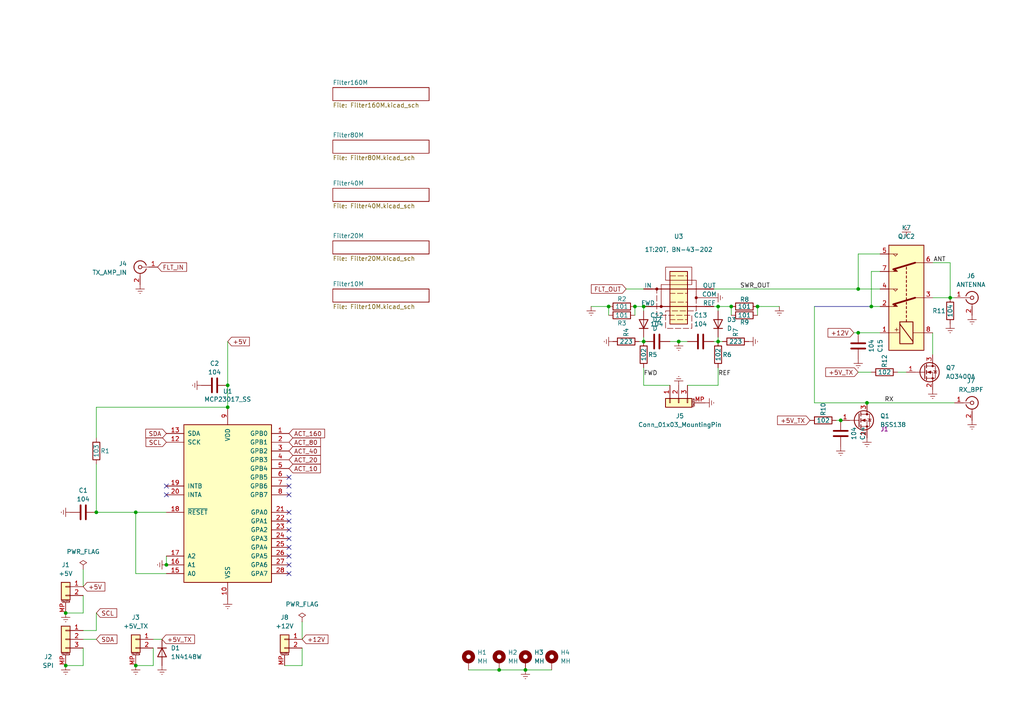
<source format=kicad_sch>
(kicad_sch (version 20230121) (generator eeschema)
  (paper "A4")
  (lib_symbols
    (symbol "Connector:Conn_Coaxial" (pin_names (offset 1.016) hide)
      (property "Reference" "J" (at 0.254 3.048 0))
      (property "Value" "Conn_Coaxial" (at 2.921 0 90))
      (symbol "Conn_Coaxial_0_1"
        (arc (start -1.778 -0.508) (mid 0.2311 -1.8066) (end 1.778 0) (stroke (width 0.254)))
        (polyline (pts (xy -2.54 0) (xy -0.508 0)))
        (polyline (pts (xy 0 -2.54) (xy 0 -1.778)))
        (circle (center 0 0) (radius 0.508) (stroke (width 0.2032)))
        (arc (start 1.778 0) (mid 0.2099 1.8101) (end -1.778 0.508) (stroke (width 0.254)))
      )
      (symbol "Conn_Coaxial_1_1"
        (pin passive line (at -5.08 0 0) (length 2.54) (name "In") (number "1"))
        (pin passive line (at 0 -5.08 90) (length 2.54) (name "Ext") (number "2"))
      )
    )
    (symbol "Connector_Generic_MountingPin:Conn_01x02_MountingPin" (pin_names (offset 1.016) hide)
      (property "Reference" "J" (at 0 2.54 0))
      (property "Value" "Conn_01x02_MountingPin" (at 1.27 -5.08 0))
      (symbol "Conn_01x02_MountingPin_1_1"
        (rectangle (start -1.27 -2.413) (end 0 -2.667) (stroke (width 0.1524)))
        (rectangle (start -1.27 0.127) (end 0 -0.127) (stroke (width 0.1524)))
        (rectangle (start -1.27 1.27) (end 1.27 -3.81) (stroke (width 0.254)) (fill (type background)))
        (polyline (pts (xy -1.016 -4.572) (xy 1.016 -4.572)) (stroke (width 0.1524)))
        (text "Mounting" (at 0 -4.191 0) (effects (font (size 0.381 0.381))))
        (pin passive line (at -5.08 0 0) (length 3.81) (name "Pin_1") (number "1"))
        (pin passive line (at -5.08 -2.54 0) (length 3.81) (name "Pin_2") (number "2"))
        (pin passive line (at 0 -7.62 90) (length 3.048) (name "MountPin") (number "MP"))
      )
    )
    (symbol "Connector_Generic_MountingPin:Conn_01x03_MountingPin" (pin_names (offset 1.016) hide)
      (property "Reference" "J" (at 0 5.08 0))
      (property "Value" "Conn_01x03_MountingPin" (at 1.27 -5.08 0))
      (symbol "Conn_01x03_MountingPin_1_1"
        (rectangle (start -1.27 -2.413) (end 0 -2.667) (stroke (width 0.1524)))
        (rectangle (start -1.27 0.127) (end 0 -0.127) (stroke (width 0.1524)))
        (rectangle (start -1.27 2.667) (end 0 2.413) (stroke (width 0.1524)))
        (rectangle (start -1.27 3.81) (end 1.27 -3.81) (stroke (width 0.254)) (fill (type background)))
        (polyline (pts (xy -1.016 -4.572) (xy 1.016 -4.572)) (stroke (width 0.1524)))
        (text "Mounting" (at 0 -4.191 0) (effects (font (size 0.381 0.381))))
        (pin passive line (at -5.08 2.54 0) (length 3.81) (name "Pin_1") (number "1"))
        (pin passive line (at -5.08 0 0) (length 3.81) (name "Pin_2") (number "2"))
        (pin passive line (at -5.08 -2.54 0) (length 3.81) (name "Pin_3") (number "3"))
        (pin passive line (at 0 -7.62 90) (length 3.048) (name "MountPin") (number "MP"))
      )
    )
    (symbol "Device:C" (pin_numbers hide) (pin_names (offset 0.254))
      (property "Reference" "C" (at 0.635 2.54 0))
      (property "Value" "C" (at 0.635 -2.54 0))
      (symbol "C_0_1"
        (polyline (pts (xy -2.032 -0.762) (xy 2.032 -0.762)) (stroke (width 0.508)))
        (polyline (pts (xy -2.032 0.762) (xy 2.032 0.762)) (stroke (width 0.508)))
      )
      (symbol "C_1_1"
        (pin passive line (at 0 3.81 270) (length 2.794) (name "~") (number "1"))
        (pin passive line (at 0 -3.81 90) (length 2.794) (name "~") (number "2"))
      )
    )
    (symbol "Device:D" (pin_numbers hide) (pin_names (offset 1.016) hide)
      (property "Reference" "D" (at 0 2.54 0))
      (property "Value" "D" (at 0 -2.54 0))
      (symbol "D_0_1"
        (polyline (pts (xy -1.27 1.27) (xy -1.27 -1.27)) (stroke (width 0.254)))
        (polyline (pts (xy 1.27 0) (xy -1.27 0)))
        (polyline (pts (xy 1.27 1.27) (xy 1.27 -1.27) (xy -1.27 0) (xy 1.27 1.27)) (stroke (width 0.254)))
      )
      (symbol "D_1_1"
        (pin passive line (at -3.81 0 0) (length 2.54) (name "K") (number "1"))
        (pin passive line (at 3.81 0 180) (length 2.54) (name "A") (number "2"))
      )
    )
    (symbol "Device:R" (pin_numbers hide) (pin_names (offset 0))
      (property "Reference" "R" (at 2.032 0 90))
      (property "Value" "R" (at 0 0 90))
      (symbol "R_0_1"
        (rectangle (start -1.016 -2.54) (end 1.016 2.54) (stroke (width 0.254)))
      )
      (symbol "R_1_1"
        (pin passive line (at 0 3.81 270) (length 1.27) (name "~") (number "1"))
        (pin passive line (at 0 -3.81 90) (length 1.27) (name "~") (number "2"))
      )
    )
    (symbol "Diode:1N4148W" (pin_numbers hide) (pin_names hide)
      (property "Reference" "D" (at 0 2.54 0))
      (property "Value" "1N4148W" (at 0 -2.54 0))
      (symbol "1N4148W_0_1"
        (polyline (pts (xy -1.27 1.27) (xy -1.27 -1.27)) (stroke (width 0.254)))
        (polyline (pts (xy 1.27 0) (xy -1.27 0)))
        (polyline (pts (xy 1.27 1.27) (xy 1.27 -1.27) (xy -1.27 0) (xy 1.27 1.27)) (stroke (width 0.254)))
      )
      (symbol "1N4148W_1_1"
        (pin passive line (at -3.81 0 0) (length 2.54) (name "K") (number "1"))
        (pin passive line (at 3.81 0 180) (length 2.54) (name "A") (number "2"))
      )
    )
    (symbol "Interface_Expansion:MCP23017_SS" (pin_names (offset 1.016))
      (property "Reference" "U" (at -11.43 24.13 0))
      (property "Value" "MCP23017_SS" (at 0 0 0))
      (symbol "MCP23017_SS_0_1"
        (rectangle (start -12.7 22.86) (end 12.7 -22.86) (stroke (width 0.254)) (fill (type background)))
      )
      (symbol "MCP23017_SS_1_1"
        (pin bidirectional line (at 17.78 20.32 180) (length 5.08) (name "GPB0") (number "1"))
        (pin power_in line (at 0 -27.94 90) (length 5.08) (name "VSS") (number "10"))
        (pin no_connect line (at -12.7 15.24 0) (length 5.08) hide (name "NC") (number "11"))
        (pin input line (at -17.78 17.78 0) (length 5.08) (name "SCK") (number "12"))
        (pin bidirectional line (at -17.78 20.32 0) (length 5.08) (name "SDA") (number "13"))
        (pin no_connect line (at -12.7 12.7 0) (length 5.08) hide (name "NC") (number "14"))
        (pin input line (at -17.78 -20.32 0) (length 5.08) (name "A0") (number "15"))
        (pin input line (at -17.78 -17.78 0) (length 5.08) (name "A1") (number "16"))
        (pin input line (at -17.78 -15.24 0) (length 5.08) (name "A2") (number "17"))
        (pin input line (at -17.78 -2.54 0) (length 5.08) (name "~{RESET}") (number "18"))
        (pin tri_state line (at -17.78 5.08 0) (length 5.08) (name "INTB") (number "19"))
        (pin bidirectional line (at 17.78 17.78 180) (length 5.08) (name "GPB1") (number "2"))
        (pin tri_state line (at -17.78 2.54 0) (length 5.08) (name "INTA") (number "20"))
        (pin bidirectional line (at 17.78 -2.54 180) (length 5.08) (name "GPA0") (number "21"))
        (pin bidirectional line (at 17.78 -5.08 180) (length 5.08) (name "GPA1") (number "22"))
        (pin bidirectional line (at 17.78 -7.62 180) (length 5.08) (name "GPA2") (number "23"))
        (pin bidirectional line (at 17.78 -10.16 180) (length 5.08) (name "GPA3") (number "24"))
        (pin bidirectional line (at 17.78 -12.7 180) (length 5.08) (name "GPA4") (number "25"))
        (pin bidirectional line (at 17.78 -15.24 180) (length 5.08) (name "GPA5") (number "26"))
        (pin bidirectional line (at 17.78 -17.78 180) (length 5.08) (name "GPA6") (number "27"))
        (pin bidirectional line (at 17.78 -20.32 180) (length 5.08) (name "GPA7") (number "28"))
        (pin bidirectional line (at 17.78 15.24 180) (length 5.08) (name "GPB2") (number "3"))
        (pin bidirectional line (at 17.78 12.7 180) (length 5.08) (name "GPB3") (number "4"))
        (pin bidirectional line (at 17.78 10.16 180) (length 5.08) (name "GPB4") (number "5"))
        (pin bidirectional line (at 17.78 7.62 180) (length 5.08) (name "GPB5") (number "6"))
        (pin bidirectional line (at 17.78 5.08 180) (length 5.08) (name "GPB6") (number "7"))
        (pin bidirectional line (at 17.78 2.54 180) (length 5.08) (name "GPB7") (number "8"))
        (pin power_in line (at 0 27.94 270) (length 5.08) (name "VDD") (number "9"))
      )
    )
    (symbol "Mechanical:MountingHole_Pad" (pin_numbers hide) (pin_names (offset 1.016) hide)
      (property "Reference" "H" (at 0 6.35 0))
      (property "Value" "MountingHole_Pad" (at 0 4.445 0))
      (symbol "MountingHole_Pad_0_1"
        (circle (center 0 1.27) (radius 1.27) (stroke (width 1.27)))
      )
      (symbol "MountingHole_Pad_1_1"
        (pin input line (at 0 -2.54 90) (length 2.54) (name "1") (number "1"))
      )
    )
    (symbol "PhilsLibrary:SWR_Coupler" (pin_numbers hide) (pin_names (offset 0))
      (property "Reference" "U" (at 0 11.43 0))
      (symbol "SWR_Coupler_0_1"
        (polyline (pts (xy -5.08 3.81) (xy 3.81 3.81) (xy 3.81 8.89) (xy -3.81 8.89) (xy -3.81 5.08) (xy 5.08 5.08) (xy 5.08 0)))
      )
      (symbol "SWR_Coupler_1_1"
        (circle (center -6.35 2.54) (radius 0.3592) (fill (type outline)))
        (circle (center -5.08 -2.54) (radius 0.3592) (fill (type outline)))
        (rectangle (start -2.54 -1.27) (end 2.54 -6.35) (stroke (width 0) (type dash)))
        (rectangle (start -2.54 6.35) (end 2.54 1.27) (stroke (width 0) (type dash)))
        (rectangle (start -2.54 7.62) (end 2.54 -7.62) (stroke (width 0.254)) (fill (type background)))
        (polyline (pts (xy -10.16 -2.54) (xy 10.16 -2.54)) (stroke (width 0.254)))
        (polyline (pts (xy -10.16 2.54) (xy 10.16 2.54)) (stroke (width 0.254)))
        (polyline (pts (xy -5.08 3.81) (xy -5.08 -2.54)))
        (polyline (pts (xy 7.62 0) (xy 5.08 0) (xy 5.08 0)))
        (polyline (pts (xy 5.08 0) (xy 5.08 -3.81) (xy -3.81 -3.81) (xy -3.81 -8.89) (xy 3.81 -8.89) (xy 3.81 -5.08) (xy -6.35 -5.08) (xy -6.35 2.54)))
        (circle (center 5.08 0) (radius 0.3592) (fill (type outline)))
        (pin input line (at -10.16 2.54 0) (length 2.54) (name "IN") (number "1"))
        (pin output line (at 10.16 2.54 180) (length 2.54) (name "OUT") (number "2"))
        (pin passive line (at 10.16 0 180) (length 2.54) (name "COM") (number "3"))
        (pin output line (at 10.16 -2.54 180) (length 2.54) (name "REF") (number "4"))
        (pin output line (at -10.16 -2.54 0) (length 2.54) (name "FWD") (number "5"))
      )
    )
    (symbol "Relay:G6K-2"
      (property "Reference" "K" (at 16.51 3.81 0))
      (property "Value" "G6K-2" (at 16.51 1.27 0))
      (symbol "G6K-2_0_0"
        (text "+" (at -9.271 2.921 0) (effects (font (size 1.27 1.27))))
      )
      (symbol "G6K-2_0_1"
        (rectangle (start -15.24 5.08) (end 15.24 -5.08) (stroke (width 0.254)) (fill (type background)))
        (rectangle (start -13.335 1.905) (end -6.985 -1.905) (stroke (width 0.254)))
        (polyline (pts (xy -12.7 -1.905) (xy -7.62 1.905)) (stroke (width 0.254)))
        (polyline (pts (xy -10.16 -5.08) (xy -10.16 -1.905)))
        (polyline (pts (xy -10.16 5.08) (xy -10.16 1.905)))
        (polyline (pts (xy -6.985 0) (xy -6.35 0)) (stroke (width 0.254)))
        (polyline (pts (xy -5.715 0) (xy -5.08 0)) (stroke (width 0.254)))
        (polyline (pts (xy -4.445 0) (xy -3.81 0)) (stroke (width 0.254)))
        (polyline (pts (xy -3.175 0) (xy -2.54 0)) (stroke (width 0.254)))
        (polyline (pts (xy -1.905 0) (xy -1.27 0)) (stroke (width 0.254)))
        (polyline (pts (xy -0.635 0) (xy 0 0)) (stroke (width 0.254)))
        (polyline (pts (xy 0 -2.54) (xy -1.905 3.81)) (stroke (width 0.508)))
        (polyline (pts (xy 0 -2.54) (xy 0 -5.08)))
        (polyline (pts (xy 0.635 0) (xy 1.27 0)) (stroke (width 0.254)))
        (polyline (pts (xy 1.905 0) (xy 2.54 0)) (stroke (width 0.254)))
        (polyline (pts (xy 3.175 0) (xy 3.81 0)) (stroke (width 0.254)))
        (polyline (pts (xy 4.445 0) (xy 5.08 0)) (stroke (width 0.254)))
        (polyline (pts (xy 5.715 0) (xy 6.35 0)) (stroke (width 0.254)))
        (polyline (pts (xy 6.985 0) (xy 7.62 0)) (stroke (width 0.254)))
        (polyline (pts (xy 8.255 0) (xy 8.89 0)) (stroke (width 0.254)))
        (polyline (pts (xy 10.16 -2.54) (xy 8.255 3.81)) (stroke (width 0.508)))
        (polyline (pts (xy 10.16 -2.54) (xy 10.16 -5.08)))
        (polyline (pts (xy -2.54 5.08) (xy -2.54 2.54) (xy -1.905 3.175) (xy -2.54 3.81)) (fill (type outline)))
        (polyline (pts (xy 2.54 5.08) (xy 2.54 2.54) (xy 1.905 3.175) (xy 2.54 3.81)))
        (polyline (pts (xy 7.62 5.08) (xy 7.62 2.54) (xy 8.255 3.175) (xy 7.62 3.81)) (fill (type outline)))
        (polyline (pts (xy 12.7 5.08) (xy 12.7 2.54) (xy 12.065 3.175) (xy 12.7 3.81)))
      )
      (symbol "G6K-2_1_1"
        (pin passive line (at -10.16 7.62 270) (length 2.54) (name "~") (number "1"))
        (pin passive line (at -2.54 7.62 270) (length 2.54) (name "~") (number "2"))
        (pin passive line (at 0 -7.62 90) (length 2.54) (name "~") (number "3"))
        (pin passive line (at 2.54 7.62 270) (length 2.54) (name "~") (number "4"))
        (pin passive line (at 12.7 7.62 270) (length 2.54) (name "~") (number "5"))
        (pin passive line (at 10.16 -7.62 90) (length 2.54) (name "~") (number "6"))
        (pin passive line (at 7.62 7.62 270) (length 2.54) (name "~") (number "7"))
        (pin passive line (at -10.16 -7.62 90) (length 2.54) (name "~") (number "8"))
      )
    )
    (symbol "Transistor_FET:AO3400A" (pin_names hide)
      (property "Reference" "Q" (at 5.08 1.905 0))
      (property "Value" "AO3400A" (at 5.08 0 0))
      (symbol "AO3400A_0_1"
        (polyline (pts (xy 0.254 0) (xy -2.54 0)))
        (polyline (pts (xy 0.254 1.905) (xy 0.254 -1.905)) (stroke (width 0.254)))
        (polyline (pts (xy 0.762 -1.27) (xy 0.762 -2.286)) (stroke (width 0.254)))
        (polyline (pts (xy 0.762 0.508) (xy 0.762 -0.508)) (stroke (width 0.254)))
        (polyline (pts (xy 0.762 2.286) (xy 0.762 1.27)) (stroke (width 0.254)))
        (polyline (pts (xy 2.54 2.54) (xy 2.54 1.778)))
        (polyline (pts (xy 2.54 -2.54) (xy 2.54 0) (xy 0.762 0)))
        (polyline (pts (xy 0.762 -1.778) (xy 3.302 -1.778) (xy 3.302 1.778) (xy 0.762 1.778)))
        (polyline (pts (xy 1.016 0) (xy 2.032 0.381) (xy 2.032 -0.381) (xy 1.016 0)) (fill (type outline)))
        (polyline (pts (xy 2.794 0.508) (xy 2.921 0.381) (xy 3.683 0.381) (xy 3.81 0.254)))
        (polyline (pts (xy 3.302 0.381) (xy 2.921 -0.254) (xy 3.683 -0.254) (xy 3.302 0.381)))
        (circle (center 1.651 0) (radius 2.794) (stroke (width 0.254)))
        (circle (center 2.54 -1.778) (radius 0.254) (fill (type outline)))
        (circle (center 2.54 1.778) (radius 0.254) (fill (type outline)))
      )
      (symbol "AO3400A_1_1"
        (pin input line (at -5.08 0 0) (length 2.54) (name "G") (number "1"))
        (pin passive line (at 2.54 -5.08 90) (length 2.54) (name "S") (number "2"))
        (pin passive line (at 2.54 5.08 270) (length 2.54) (name "D") (number "3"))
      )
    )
    (symbol "Transistor_FET:BSS138" (pin_names hide)
      (property "Reference" "Q" (at 5.08 1.905 0))
      (property "Value" "BSS138" (at 5.08 0 0))
      (symbol "BSS138_0_1"
        (polyline (pts (xy 0.254 0) (xy -2.54 0)))
        (polyline (pts (xy 0.254 1.905) (xy 0.254 -1.905)) (stroke (width 0.254)))
        (polyline (pts (xy 0.762 -1.27) (xy 0.762 -2.286)) (stroke (width 0.254)))
        (polyline (pts (xy 0.762 0.508) (xy 0.762 -0.508)) (stroke (width 0.254)))
        (polyline (pts (xy 0.762 2.286) (xy 0.762 1.27)) (stroke (width 0.254)))
        (polyline (pts (xy 2.54 2.54) (xy 2.54 1.778)))
        (polyline (pts (xy 2.54 -2.54) (xy 2.54 0) (xy 0.762 0)))
        (polyline (pts (xy 0.762 -1.778) (xy 3.302 -1.778) (xy 3.302 1.778) (xy 0.762 1.778)))
        (polyline (pts (xy 1.016 0) (xy 2.032 0.381) (xy 2.032 -0.381) (xy 1.016 0)) (fill (type outline)))
        (polyline (pts (xy 2.794 0.508) (xy 2.921 0.381) (xy 3.683 0.381) (xy 3.81 0.254)))
        (polyline (pts (xy 3.302 0.381) (xy 2.921 -0.254) (xy 3.683 -0.254) (xy 3.302 0.381)))
        (circle (center 1.651 0) (radius 2.794) (stroke (width 0.254)))
        (circle (center 2.54 -1.778) (radius 0.254) (fill (type outline)))
        (circle (center 2.54 1.778) (radius 0.254) (fill (type outline)))
      )
      (symbol "BSS138_1_1"
        (pin input line (at -5.08 0 0) (length 2.54) (name "G") (number "1"))
        (pin passive line (at 2.54 -5.08 90) (length 2.54) (name "S") (number "2"))
        (pin passive line (at 2.54 5.08 270) (length 2.54) (name "D") (number "3"))
      )
    )
    (symbol "power:Earth" (power) (pin_names (offset 0))
      (symbol "Earth_0_1"
        (polyline (pts (xy -0.635 -1.905) (xy 0.635 -1.905)))
        (polyline (pts (xy -0.127 -2.54) (xy 0.127 -2.54)))
        (polyline (pts (xy 0 -1.27) (xy 0 0)))
        (polyline (pts (xy 1.27 -1.27) (xy -1.27 -1.27)))
      )
      (symbol "Earth_1_1"
        (pin power_in line (at 0 0 270) (length 0) hide (name "Earth") (number "1"))
      )
    )
    (symbol "power:PWR_FLAG" (power) (pin_numbers hide) (pin_names (offset 0) hide)
      (property "Value" "PWR_FLAG" (at 0 3.81 0))
      (symbol "PWR_FLAG_0_0"
        (pin power_out line (at 0 0 90) (length 0) (name "pwr") (number "1"))
      )
      (symbol "PWR_FLAG_0_1"
        (polyline (pts (xy 0 0) (xy 0 1.27) (xy -1.016 1.905) (xy 0 2.54) (xy 1.016 1.905) (xy 0 1.27)))
      )
    )
  )
  (junction (at 196.85 99.06))
  (junction (at 208.28 88.9))
  (junction (at 144.78 194.31))
  (junction (at 19.05 193.04))
  (junction (at 66.04 111.76))
  (junction (at 252.73 88.9))
  (junction (at 251.46 116.84))
  (junction (at 39.37 193.04))
  (junction (at 66.04 118.11))
  (junction (at 152.4 194.31))
  (junction (at 243.84 121.92))
  (junction (at 186.69 88.9))
  (junction (at 186.69 99.06))
  (junction (at 248.92 83.82))
  (junction (at 27.94 148.59))
  (junction (at 248.92 96.52))
  (junction (at 39.37 148.59))
  (junction (at 208.28 99.06))
  (junction (at 19.05 177.8))
  (junction (at 176.53 88.9))
  (junction (at 275.59 86.36))
  (junction (at 212.09 88.9))
  (junction (at 48.26 163.83))
  (junction (at 219.71 88.9))
  (junction (at 184.15 88.9))
  (no_connect (at 83.82 151.13))
  (no_connect (at 83.82 140.97))
  (no_connect (at 83.82 163.83))
  (no_connect (at 83.82 153.67))
  (no_connect (at 83.82 138.43))
  (no_connect (at 83.82 166.37))
  (no_connect (at 83.82 156.21))
  (no_connect (at 83.82 161.29))
  (no_connect (at 83.82 158.75))
  (no_connect (at 48.26 140.97))
  (no_connect (at 48.26 143.51))
  (no_connect (at 83.82 143.51))
  (no_connect (at 83.82 148.59))
  (wire (pts (xy 270.51 96.52) (xy 270.51 102.87)))
  (wire (pts (xy 24.13 172.72) (xy 24.13 177.8)))
  (wire (pts (xy 248.92 83.82) (xy 248.92 73.66)))
  (wire (pts (xy 87.63 193.04) (xy 82.55 193.04)))
  (wire (pts (xy 24.13 187.96) (xy 24.13 193.04)))
  (wire (pts (xy 24.13 193.04) (xy 19.05 193.04)))
  (wire (pts (xy 248.92 96.52) (xy 247.65 96.52)))
  (wire (pts (xy 27.94 118.11) (xy 66.04 118.11)))
  (wire (pts (xy 207.01 99.06) (xy 208.28 99.06)))
  (wire (pts (xy 186.69 106.68) (xy 186.69 111.76)))
  (wire (pts (xy 48.26 166.37) (xy 39.37 166.37)))
  (wire (pts (xy 212.09 88.9) (xy 212.09 91.44)))
  (wire (pts (xy 144.78 194.31) (xy 152.4 194.31)))
  (wire (pts (xy 44.45 187.96) (xy 44.45 193.04)))
  (wire (pts (xy 248.92 73.66) (xy 255.27 73.66)))
  (wire (pts (xy 208.28 97.79) (xy 208.28 99.06)))
  (wire (pts (xy 135.89 194.31) (xy 144.78 194.31)))
  (wire (pts (xy 46.99 185.42) (xy 44.45 185.42)))
  (wire (pts (xy 275.59 86.36) (xy 270.51 86.36)))
  (wire (pts (xy 208.28 88.9) (xy 212.09 88.9)))
  (wire (pts (xy 242.57 121.92) (xy 243.84 121.92)))
  (wire (pts (xy 270.51 76.2) (xy 275.59 76.2)))
  (wire (pts (xy 208.28 106.68) (xy 208.28 111.76)))
  (wire (pts (xy 219.71 88.9) (xy 226.06 88.9)))
  (wire (pts (xy 275.59 76.2) (xy 275.59 86.36)))
  (wire (pts (xy 66.04 99.06) (xy 66.04 111.76)))
  (wire (pts (xy 252.73 88.9) (xy 255.27 88.9)))
  (wire (pts (xy 87.63 180.34) (xy 87.63 185.42)))
  (wire (pts (xy 208.28 99.06) (xy 209.55 99.06)))
  (wire (pts (xy 276.86 86.36) (xy 275.59 86.36)))
  (wire (pts (xy 184.15 88.9) (xy 186.69 88.9)))
  (wire (pts (xy 176.53 88.9) (xy 176.53 91.44)))
  (wire (pts (xy 208.28 88.9) (xy 208.28 90.17)))
  (wire (pts (xy 39.37 148.59) (xy 27.94 148.59)))
  (wire (pts (xy 207.01 88.9) (xy 208.28 88.9)))
  (wire (pts (xy 171.45 88.9) (xy 176.53 88.9)))
  (wire (pts (xy 251.46 116.84) (xy 236.22 116.84)))
  (wire (pts (xy 24.13 177.8) (xy 19.05 177.8)))
  (wire (pts (xy 27.94 182.88) (xy 24.13 182.88)))
  (wire (pts (xy 255.27 96.52) (xy 248.92 96.52)))
  (wire (pts (xy 184.15 88.9) (xy 184.15 91.44)))
  (wire (pts (xy 48.26 148.59) (xy 39.37 148.59)))
  (wire (pts (xy 276.86 116.84) (xy 251.46 116.84)))
  (wire (pts (xy 236.22 88.9) (xy 252.73 88.9)) (stroke (width 0) (color 0 0 132 1)))
  (wire (pts (xy 181.61 83.82) (xy 186.69 83.82)))
  (wire (pts (xy 248.92 107.95) (xy 252.73 107.95)))
  (wire (pts (xy 186.69 88.9) (xy 186.69 90.17)))
  (wire (pts (xy 66.04 111.76) (xy 66.04 118.11)))
  (wire (pts (xy 252.73 78.74) (xy 252.73 88.9)))
  (wire (pts (xy 87.63 187.96) (xy 87.63 193.04)))
  (wire (pts (xy 152.4 194.31) (xy 160.02 194.31)))
  (wire (pts (xy 27.94 127) (xy 27.94 118.11)))
  (wire (pts (xy 27.94 177.8) (xy 27.94 182.88)))
  (wire (pts (xy 186.69 111.76) (xy 194.31 111.76)))
  (wire (pts (xy 185.42 99.06) (xy 186.69 99.06)))
  (wire (pts (xy 44.45 193.04) (xy 39.37 193.04)))
  (wire (pts (xy 236.22 116.84) (xy 236.22 88.9)))
  (wire (pts (xy 260.35 107.95) (xy 262.89 107.95)))
  (wire (pts (xy 186.69 97.79) (xy 186.69 99.06)))
  (wire (pts (xy 255.27 78.74) (xy 252.73 78.74)))
  (wire (pts (xy 207.01 83.82) (xy 248.92 83.82)))
  (wire (pts (xy 194.31 99.06) (xy 196.85 99.06)))
  (wire (pts (xy 186.69 88.9) (xy 187.96 88.9)))
  (wire (pts (xy 24.13 165.1) (xy 24.13 170.18)))
  (wire (pts (xy 39.37 166.37) (xy 39.37 148.59)))
  (wire (pts (xy 219.71 88.9) (xy 219.71 91.44)))
  (wire (pts (xy 24.13 185.42) (xy 27.94 185.42)))
  (wire (pts (xy 255.27 83.82) (xy 248.92 83.82)))
  (wire (pts (xy 27.94 148.59) (xy 27.94 134.62)))
  (wire (pts (xy 196.85 99.06) (xy 199.39 99.06)))
  (wire (pts (xy 199.39 111.76) (xy 208.28 111.76)))
  (wire (pts (xy 48.26 161.29) (xy 48.26 163.83)))
  (label "FWD" (at 186.69 109.22 0))
  (label "ANT" (at 274.32 76.2 180))
  (label "SWR_OUT" (at 214.63 83.82 0))
  (label "REF" (at 208.28 109.22 0))
  (label "RX" (at 256.54 116.84 0))
  (global_label "+5V_TX" (shape input) (at 234.95 121.92 180) (property "Intersheetrefs" "${INTERSHEET_REFS}" (effects hide)))
  (global_label "SCL" (shape input) (at 48.26 128.27 180) (property "Intersheetrefs" "${INTERSHEET_REFS}" (effects hide)))
  (global_label "ACT_160" (shape input) (at 83.82 125.73 0) (property "Intersheetrefs" "${INTERSHEET_REFS}" (effects hide)))
  (global_label "+12V" (shape input) (at 87.63 185.42 0) (property "Intersheetrefs" "${INTERSHEET_REFS}" (effects hide)))
  (global_label "ACT_10" (shape input) (at 83.82 135.89 0) (property "Intersheetrefs" "${INTERSHEET_REFS}" (effects hide)))
  (global_label "SCL" (shape input) (at 27.94 177.8 0) (property "Intersheetrefs" "${INTERSHEET_REFS}" (effects hide)))
  (global_label "+5V" (shape input) (at 66.04 99.06 0) (property "Intersheetrefs" "${INTERSHEET_REFS}" (effects hide)))
  (global_label "SDA" (shape input) (at 27.94 185.42 0) (property "Intersheetrefs" "${INTERSHEET_REFS}" (effects hide)))
  (global_label "FLT_OUT" (shape input) (at 181.61 83.82 180) (property "Intersheetrefs" "${INTERSHEET_REFS}" (effects hide)))
  (global_label "FLT_IN" (shape input) (at 45.72 77.47 0) (property "Intersheetrefs" "${INTERSHEET_REFS}" (effects hide)))
  (global_label "+12V" (shape input) (at 247.65 96.52 180) (property "Intersheetrefs" "${INTERSHEET_REFS}" (effects hide)))
  (global_label "ACT_80" (shape input) (at 83.82 128.27 0) (property "Intersheetrefs" "${INTERSHEET_REFS}" (effects hide)))
  (global_label "+5V" (shape input) (at 24.13 170.18 0) (property "Intersheetrefs" "${INTERSHEET_REFS}" (effects hide)))
  (global_label "+5V_TX" (shape input) (at 46.99 185.42 0) (property "Intersheetrefs" "${INTERSHEET_REFS}" (effects hide)))
  (global_label "+5V_TX" (shape input) (at 248.92 107.95 180) (property "Intersheetrefs" "${INTERSHEET_REFS}" (effects hide)))
  (global_label "ACT_40" (shape input) (at 83.82 130.81 0) (property "Intersheetrefs" "${INTERSHEET_REFS}" (effects hide)))
  (global_label "SDA" (shape input) (at 48.26 125.73 180) (property "Intersheetrefs" "${INTERSHEET_REFS}" (effects hide)))
  (global_label "ACT_20" (shape input) (at 83.82 133.35 0) (property "Intersheetrefs" "${INTERSHEET_REFS}" (effects hide)))
  (symbol (lib_id "power:Earth") (at 262.89 68.58 0) (mirror x) (unit 1)
    (property "Reference" "#PWR038" (effects hide))
    (property "Value" "Earth" (effects hide))
  )
  (symbol (lib_id "Transistor_FET:BSS138") (at 248.92 121.92 0) (unit 1)
    (property "Reference" "Q1" (at 255.27 120.65 0) (effects (justify left)))
    (property "Value" "BSS138" (at 255.27 123.19 0) (effects (justify left)))
    (property "Footprint" "Package_TO_SOT_SMD:SOT-23" (effects hide))
    (property "Datasheet" "https://www.onsemi.com/pub/Collateral/BSS138-D.PDF" (effects hide))
    (property "Marking" "J1" (at 256.54 124.46 0))
  )
  (symbol (lib_id "Connector_Generic_MountingPin:Conn_01x02_MountingPin") (at 19.05 170.18 0) (mirror y) (unit 1)
    (property "Reference" "J1" (at 19.05 163.83 0))
    (property "Value" "+5V" (at 19.05 166.37 0))
    (property "Footprint" "Connector_JST:JST_PH_S2B-PH-SM4-TB_1x02-1MP_P2.00mm_Horizontal" (effects hide))
  )
  (symbol (lib_id "power:Earth") (at 20.32 148.59 270) (mirror x) (unit 1)
    (property "Reference" "#PWR03" (effects hide))
    (property "Value" "Earth" (effects hide))
  )
  (symbol (lib_id "Mechanical:MountingHole_Pad") (at 144.78 191.77 0) (unit 1)
    (property "Reference" "H2" (at 147.32 189.23 0) (effects (justify left)))
    (property "Value" "MH" (at 147.32 191.77 0) (effects (justify left)))
    (property "Footprint" "MountingHole:MountingHole_3.2mm_M3_Pad" (effects hide))
  )
  (symbol (lib_id "Device:R") (at 27.94 130.81 0) (unit 1)
    (property "Reference" "R1" (at 30.48 130.81 0))
    (property "Value" "103" (at 27.94 130.81 90))
    (property "Footprint" "Resistor_SMD:R_0805_2012Metric" (effects hide))
  )
  (symbol (lib_id "Device:R") (at 215.9 88.9 90) (unit 1)
    (property "Reference" "R8" (at 217.297 86.868 90) (effects (justify left)))
    (property "Value" "101" (at 215.9 88.9 90))
    (property "Footprint" "Resistor_SMD:R_1812_4532Metric" (effects hide))
  )
  (symbol (lib_id "power:Earth") (at 196.85 111.76 180) (unit 1)
    (property "Reference" "#PWR030" (effects hide))
    (property "Value" "Earth" (effects hide))
  )
  (symbol (lib_id "Device:R") (at 213.36 99.06 90) (unit 1)
    (property "Reference" "R7" (at 213.36 97.79 0) (effects (justify left)))
    (property "Value" "223" (at 213.36 99.06 90))
    (property "Footprint" "Resistor_SMD:R_0805_2012Metric" (effects hide))
  )
  (symbol (lib_id "Connector_Generic_MountingPin:Conn_01x02_MountingPin") (at 39.37 185.42 0) (mirror y) (unit 1)
    (property "Reference" "J3" (at 39.37 179.07 0))
    (property "Value" "+5V_TX" (at 39.37 181.61 0))
    (property "Footprint" "Connector_JST:JST_PH_S2B-PH-SM4-TB_1x02-1MP_P2.00mm_Horizontal" (effects hide))
  )
  (symbol (lib_id "Interface_Expansion:MCP23017_SS") (at 66.04 146.05 0) (unit 1)
    (property "Reference" "U1" (at 66.04 113.5126 0))
    (property "Value" "MCP23017_SS" (at 66.04 115.824 0))
    (property "Footprint" "Package_SO:SSOP-28_5.3x10.2mm_P0.65mm" (effects hide))
    (property "Datasheet" "http://ww1.microchip.com/downloads/en/DeviceDoc/20001952C.pdf" (effects hide))
  )
  (symbol (lib_id "Device:R") (at 275.59 90.17 180) (unit 1)
    (property "Reference" "R11" (at 274.32 90.17 0) (effects (justify left)))
    (property "Value" "104" (at 275.59 90.17 90))
    (property "Footprint" "Resistor_SMD:R_0805_2012Metric" (effects hide))
  )
  (symbol (lib_id "power:Earth") (at 39.37 193.04 0) (unit 1)
    (property "Reference" "#PWR04" (effects hide))
    (property "Value" "Earth" (effects hide))
  )
  (symbol (lib_id "power:Earth") (at 204.47 116.84 90) (unit 1)
    (property "Reference" "#PWR031" (effects hide))
    (property "Value" "Earth" (effects hide))
  )
  (symbol (lib_id "Device:C") (at 62.23 111.76 270) (unit 1)
    (property "Reference" "C2" (at 62.23 105.41 90))
    (property "Value" "104" (at 62.23 107.95 90))
    (property "Footprint" "Capacitor_SMD:C_0805_2012Metric" (effects hide))
  )
  (symbol (lib_id "power:Earth") (at 152.4 194.31 0) (unit 1)
    (property "Reference" "#PWR024" (effects hide))
    (property "Value" "Earth" (effects hide))
  )
  (symbol (lib_id "power:Earth") (at 217.17 99.06 90) (unit 1)
    (property "Reference" "#PWR033" (effects hide))
    (property "Value" "Earth" (effects hide))
  )
  (symbol (lib_id "power:Earth") (at 251.46 127 0) (mirror y) (unit 1)
    (property "Reference" "#PWR037" (effects hide))
    (property "Value" "Earth" (effects hide))
  )
  (symbol (lib_id "power:PWR_FLAG") (at 87.63 180.34 0) (unit 1)
    (property "Reference" "#FLG02" (effects hide))
    (property "Value" "PWR_FLAG" (at 87.63 175.26 0))
  )
  (symbol (lib_id "power:Earth") (at 275.59 93.98 0) (mirror y) (unit 1)
    (property "Reference" "#PWR040" (effects hide))
    (property "Value" "Earth" (effects hide))
  )
  (symbol (lib_id "Device:R") (at 238.76 121.92 90) (unit 1)
    (property "Reference" "R10" (at 238.76 120.65 0) (effects (justify left)))
    (property "Value" "102" (at 238.76 121.92 90))
    (property "Footprint" "Resistor_SMD:R_0805_2012Metric" (effects hide))
  )
  (symbol (lib_id "Device:R") (at 181.61 99.06 90) (unit 1)
    (property "Reference" "R4" (at 181.61 97.79 0) (effects (justify left)))
    (property "Value" "223" (at 181.61 99.06 90))
    (property "Footprint" "Resistor_SMD:R_0805_2012Metric" (effects hide))
  )
  (symbol (lib_id "Mechanical:MountingHole_Pad") (at 160.02 191.77 0) (unit 1)
    (property "Reference" "H4" (at 162.56 189.23 0) (effects (justify left)))
    (property "Value" "MH" (at 162.56 191.77 0) (effects (justify left)))
    (property "Footprint" "MountingHole:MountingHole_3.2mm_M3_Pad" (effects hide))
  )
  (symbol (lib_id "Device:R") (at 180.34 91.44 90) (unit 1)
    (property "Reference" "R3" (at 181.737 93.726 90) (effects (justify left)))
    (property "Value" "101" (at 180.34 91.44 90))
    (property "Footprint" "Resistor_SMD:R_1812_4532Metric" (effects hide))
  )
  (symbol (lib_id "power:Earth") (at 171.45 88.9 0) (unit 1)
    (property "Reference" "#PWR027" (effects hide))
    (property "Value" "Earth" (effects hide))
  )
  (symbol (lib_id "Connector:Conn_Coaxial") (at 40.64 77.47 0) (mirror y) (unit 1)
    (property "Reference" "J4" (at 36.83 76.4932 0) (effects (justify left)))
    (property "Value" "TX_AMP_IN" (at 36.83 79.0332 0) (effects (justify left)))
    (property "Footprint" "Connector_Wire:SolderWire-1.5sqmm_1x02_P6mm_D1.7mm_OD3mm" (effects hide))
    (property "Datasheet" " ~" (effects hide))
  )
  (symbol (lib_id "Transistor_FET:AO3400A") (at 267.97 107.95 0) (unit 1)
    (property "Reference" "Q7" (at 274.32 106.68 0) (effects (justify left)))
    (property "Value" "AO3400A" (at 274.32 109.22 0) (effects (justify left)))
    (property "Footprint" "Package_TO_SOT_SMD:SOT-23" (effects hide))
    (property "Datasheet" "http://www.aosmd.com/pdfs/datasheet/AO3400A.pdf" (effects hide))
  )
  (symbol (lib_id "Device:R") (at 208.28 102.87 0) (unit 1)
    (property "Reference" "R6" (at 209.55 102.87 0) (effects (justify left)))
    (property "Value" "102" (at 208.28 102.87 90))
    (property "Footprint" "Resistor_SMD:R_0805_2012Metric" (effects hide))
  )
  (symbol (lib_id "PhilsLibrary:SWR_Coupler") (at 196.85 86.36 0) (unit 1)
    (property "Reference" "U3" (at 196.85 68.58 0))
    (property "Value" "1T:20T, BN-43-202" (at 196.85 72.39 0))
    (property "Footprint" "PhilsFootprintLibrary:Balun_5PIN_BN-43-202_SMD_SWR_Bridge" (effects hide))
  )
  (symbol (lib_id "Device:C") (at 203.2 99.06 90) (unit 1)
    (property "Reference" "C13" (at 203.2 91.44 90))
    (property "Value" "104" (at 203.2 93.98 90))
    (property "Footprint" "Capacitor_SMD:C_0805_2012Metric" (effects hide))
  )
  (symbol (lib_id "Device:C") (at 190.5 99.06 90) (unit 1)
    (property "Reference" "C12" (at 190.5 91.44 90))
    (property "Value" "104" (at 190.5 93.98 90))
    (property "Footprint" "Capacitor_SMD:C_0805_2012Metric" (effects hide))
  )
  (symbol (lib_id "Device:C") (at 243.84 125.73 0) (mirror y) (unit 1)
    (property "Reference" "C14" (at 250.19 125.73 90))
    (property "Value" "104" (at 247.65 125.73 90))
    (property "Footprint" "Capacitor_SMD:C_0805_2012Metric" (effects hide))
  )
  (symbol (lib_id "Device:D") (at 186.69 93.98 90) (unit 1)
    (property "Reference" "D2" (at 189.23 92.71 90) (effects (justify right)))
    (property "Value" "D" (at 189.23 95.25 90) (effects (justify right)))
    (property "Footprint" "Diode_SMD:D_SOD-123" (effects hide))
    (property "Sim.Device" "D" (effects hide))
    (property "Sim.Pins" "1=K 2=A" (effects hide))
  )
  (symbol (lib_id "power:Earth") (at 226.06 88.9 0) (unit 1)
    (property "Reference" "#PWR034" (effects hide))
    (property "Value" "Earth" (effects hide))
  )
  (symbol (lib_id "power:Earth") (at 243.84 129.54 0) (mirror y) (unit 1)
    (property "Reference" "#PWR035" (effects hide))
    (property "Value" "Earth" (effects hide))
  )
  (symbol (lib_id "Connector:Conn_Coaxial") (at 281.94 86.36 0) (unit 1)
    (property "Reference" "J6" (at 281.6226 80.01 0))
    (property "Value" "ANTENNA" (at 281.6226 82.55 0))
    (property "Footprint" "PhilsFootprintLibrary:Connector_SO239" (effects hide))
    (property "Datasheet" " ~" (effects hide))
  )
  (symbol (lib_id "Connector_Generic_MountingPin:Conn_01x02_MountingPin") (at 82.55 185.42 0) (mirror y) (unit 1)
    (property "Reference" "J8" (at 82.55 179.07 0))
    (property "Value" "+12V" (at 82.55 181.61 0))
    (property "Footprint" "Connector_JST:JST_PH_S2B-PH-SM4-TB_1x02-1MP_P2.00mm_Horizontal" (effects hide))
  )
  (symbol (lib_id "Device:C") (at 248.92 100.33 0) (mirror y) (unit 1)
    (property "Reference" "C15" (at 255.27 100.33 90))
    (property "Value" "104" (at 252.73 100.33 90))
    (property "Footprint" "Capacitor_SMD:C_0805_2012Metric" (effects hide))
  )
  (symbol (lib_id "Connector_Generic_MountingPin:Conn_01x03_MountingPin") (at 19.05 185.42 0) (mirror y) (unit 1)
    (property "Reference" "J2" (at 13.97 190.5 0))
    (property "Value" "SPI" (at 13.97 193.04 0))
    (property "Footprint" "Connector_JST:JST_PH_S3B-PH-SM4-TB_1x03-1MP_P2.00mm_Horizontal" (effects hide))
  )
  (symbol (lib_id "Mechanical:MountingHole_Pad") (at 152.4 191.77 0) (unit 1)
    (property "Reference" "H3" (at 154.94 189.23 0) (effects (justify left)))
    (property "Value" "MH" (at 154.94 191.77 0) (effects (justify left)))
    (property "Footprint" "MountingHole:MountingHole_3.2mm_M3_Pad" (effects hide))
  )
  (symbol (lib_id "Connector_Generic_MountingPin:Conn_01x03_MountingPin") (at 196.85 116.84 90) (mirror x) (unit 1)
    (property "Reference" "J5" (at 197.2056 120.65 90))
    (property "Value" "Conn_01x03_MountingPin" (at 197.2056 123.19 90))
    (property "Footprint" "Connector_JST:JST_PH_S3B-PH-SM4-TB_1x03-1MP_P2.00mm_Horizontal" (effects hide))
  )
  (symbol (lib_id "Device:R") (at 186.69 102.87 0) (unit 1)
    (property "Reference" "R5" (at 187.96 102.87 0) (effects (justify left)))
    (property "Value" "102" (at 186.69 102.87 90))
    (property "Footprint" "Resistor_SMD:R_0805_2012Metric" (effects hide))
  )
  (symbol (lib_id "power:Earth") (at 66.04 173.99 0) (mirror y) (unit 1)
    (property "Reference" "#PWR010" (effects hide))
    (property "Value" "Earth" (effects hide))
  )
  (symbol (lib_id "Connector:Conn_Coaxial") (at 281.94 116.84 0) (unit 1)
    (property "Reference" "J7" (at 281.6226 110.49 0))
    (property "Value" "RX_BPF" (at 281.6226 113.03 0))
    (property "Footprint" "Connector_Coaxial:SMA_Amphenol_132291_Vertical" (effects hide))
    (property "Datasheet" " ~" (effects hide))
  )
  (symbol (lib_id "Device:R") (at 215.9 91.44 90) (unit 1)
    (property "Reference" "R9" (at 217.297 93.472 90) (effects (justify left)))
    (property "Value" "101" (at 215.9 91.44 90))
    (property "Footprint" "Resistor_SMD:R_1812_4532Metric" (effects hide))
  )
  (symbol (lib_id "power:Earth") (at 48.26 163.83 270) (mirror x) (unit 1)
    (property "Reference" "#PWR07" (effects hide))
    (property "Value" "Earth" (effects hide))
  )
  (symbol (lib_id "power:Earth") (at 19.05 177.8 0) (unit 1)
    (property "Reference" "#PWR01" (effects hide))
    (property "Value" "Earth" (effects hide))
  )
  (symbol (lib_id "power:Earth") (at 19.05 193.04 0) (unit 1)
    (property "Reference" "#PWR02" (effects hide))
    (property "Value" "Earth" (effects hide))
  )
  (symbol (lib_id "Device:D") (at 208.28 93.98 90) (unit 1)
    (property "Reference" "D3" (at 210.82 92.71 90) (effects (justify right)))
    (property "Value" "D" (at 210.82 95.25 90) (effects (justify right)))
    (property "Footprint" "Diode_SMD:D_SOD-123" (effects hide))
    (property "Sim.Device" "D" (effects hide))
    (property "Sim.Pins" "1=K 2=A" (effects hide))
  )
  (symbol (lib_id "power:Earth") (at 281.94 121.92 0) (mirror y) (unit 1)
    (property "Reference" "#PWR042" (effects hide))
    (property "Value" "Earth" (effects hide))
  )
  (symbol (lib_id "power:Earth") (at 177.8 99.06 270) (unit 1)
    (property "Reference" "#PWR028" (effects hide))
    (property "Value" "Earth" (effects hide))
  )
  (symbol (lib_id "power:Earth") (at 281.94 91.44 0) (mirror y) (unit 1)
    (property "Reference" "#PWR041" (effects hide))
    (property "Value" "Earth" (effects hide))
  )
  (symbol (lib_id "Diode:1N4148W") (at 46.99 189.23 270) (unit 1)
    (property "Reference" "D1" (at 49.53 187.96 90) (effects (justify left)))
    (property "Value" "1N4148W" (at 49.53 190.5 90) (effects (justify left)))
    (property "Footprint" "Diode_SMD:D_SOD-123" (effects hide))
    (property "Datasheet" "https://www.vishay.com/docs/85748/1n4148w.pdf" (effects hide))
    (property "Sim.Device" "D" (effects hide))
    (property "Sim.Pins" "1=K 2=A" (effects hide))
  )
  (symbol (lib_id "Device:R") (at 256.54 107.95 90) (unit 1)
    (property "Reference" "R12" (at 256.54 106.68 0) (effects (justify left)))
    (property "Value" "102" (at 256.54 107.95 90))
    (property "Footprint" "Resistor_SMD:R_0805_2012Metric" (effects hide))
  )
  (symbol (lib_id "power:Earth") (at 207.01 86.36 90) (unit 1)
    (property "Reference" "#PWR032" (effects hide))
    (property "Value" "Earth" (effects hide))
  )
  (symbol (lib_id "Device:R") (at 180.34 88.9 90) (unit 1)
    (property "Reference" "R2" (at 181.737 86.741 90) (effects (justify left)))
    (property "Value" "101" (at 180.34 88.9 90))
    (property "Footprint" "Resistor_SMD:R_1812_4532Metric" (effects hide))
  )
  (symbol (lib_id "Mechanical:MountingHole_Pad") (at 135.89 191.77 0) (unit 1)
    (property "Reference" "H1" (at 138.43 189.23 0) (effects (justify left)))
    (property "Value" "MH" (at 138.43 191.77 0) (effects (justify left)))
    (property "Footprint" "MountingHole:MountingHole_3.2mm_M3_Pad" (effects hide))
  )
  (symbol (lib_id "Device:C") (at 24.13 148.59 90) (mirror x) (unit 1)
    (property "Reference" "C1" (at 24.13 142.24 90))
    (property "Value" "104" (at 24.13 144.78 90))
    (property "Footprint" "Capacitor_SMD:C_0805_2012Metric" (effects hide))
  )
  (symbol (lib_id "power:Earth") (at 46.99 193.04 0) (unit 1)
    (property "Reference" "#PWR06" (effects hide))
    (property "Value" "Earth" (effects hide))
  )
  (symbol (lib_id "power:Earth") (at 40.64 82.55 0) (mirror y) (unit 1)
    (property "Reference" "#PWR05" (effects hide))
    (property "Value" "Earth" (effects hide))
  )
  (symbol (lib_id "power:Earth") (at 270.51 113.03 0) (mirror y) (unit 1)
    (property "Reference" "#PWR039" (effects hide))
    (property "Value" "Earth" (effects hide))
  )
  (symbol (lib_id "power:Earth") (at 58.42 111.76 270) (mirror x) (unit 1)
    (property "Reference" "#PWR08" (effects hide))
    (property "Value" "Earth" (effects hide))
  )
  (symbol (lib_id "Relay:G6K-2") (at 262.89 86.36 90) (unit 1)
    (property "Reference" "K7" (at 262.89 66.04 90))
    (property "Value" "QJC2" (at 262.89 68.58 90))
    (property "Footprint" "PhilsFootprintLibrary:Relay_QJC2" (effects hide))
    (property "Datasheet" "http://omronfs.omron.com/en_US/ecb/products/pdf/en-g6k.pdf" (effects hide))
  )
  (symbol (lib_id "power:Earth") (at 248.92 104.14 0) (mirror y) (unit 1)
    (property "Reference" "#PWR036" (effects hide))
    (property "Value" "Earth" (effects hide))
  )
  (symbol (lib_id "power:PWR_FLAG") (at 24.13 165.1 0) (unit 1)
    (property "Reference" "#FLG01" (effects hide))
    (property "Value" "PWR_FLAG" (at 24.13 160.02 0))
  )
  (symbol (lib_id "power:Earth") (at 196.85 99.06 0) (unit 1)
    (property "Reference" "#PWR029" (effects hide))
    (property "Value" "Earth" (effects hide))
  )
  (sheet (at 96.52 25.4) (size 27.94 3.81) (stroke (width 0.1524))
    (property "Sheetname" "Filter160M" (at 96.52 24.6884 0) (effects (justify left bottom)))
    (property "Sheetfile" "Filter160M.kicad_sch" (at 96.52 29.7946 0) (effects (justify left top)))
  )
  (sheet (at 96.52 40.64) (size 27.94 3.81) (stroke (width 0.1524))
    (property "Sheetname" "Filter80M" (at 96.52 39.9284 0) (effects (justify left bottom)))
    (property "Sheetfile" "Filter80M.kicad_sch" (at 96.52 45.0346 0) (effects (justify left top)))
  )
  (sheet (at 96.52 69.85) (size 27.94 3.81) (stroke (width 0.1524))
    (property "Sheetname" "Filter20M" (at 96.52 69.1384 0) (effects (justify left bottom)))
    (property "Sheetfile" "Filter20M.kicad_sch" (at 96.52 74.2446 0) (effects (justify left top)))
  )
  (sheet (at 96.52 83.82) (size 27.94 3.81) (stroke (width 0.1524))
    (property "Sheetname" "Filter10M" (at 96.52 83.1084 0) (effects (justify left bottom)))
    (property "Sheetfile" "Filter10M.kicad_sch" (at 96.52 88.2146 0) (effects (justify left top)))
  )
  (sheet (at 96.52 54.61) (size 27.94 3.81) (stroke (width 0.1524))
    (property "Sheetname" "Filter40M" (at 96.52 53.8984 0) (effects (justify left bottom)))
    (property "Sheetfile" "Filter40M.kicad_sch" (at 96.52 59.0046 0) (effects (justify left top)))
  )
)
</source>
